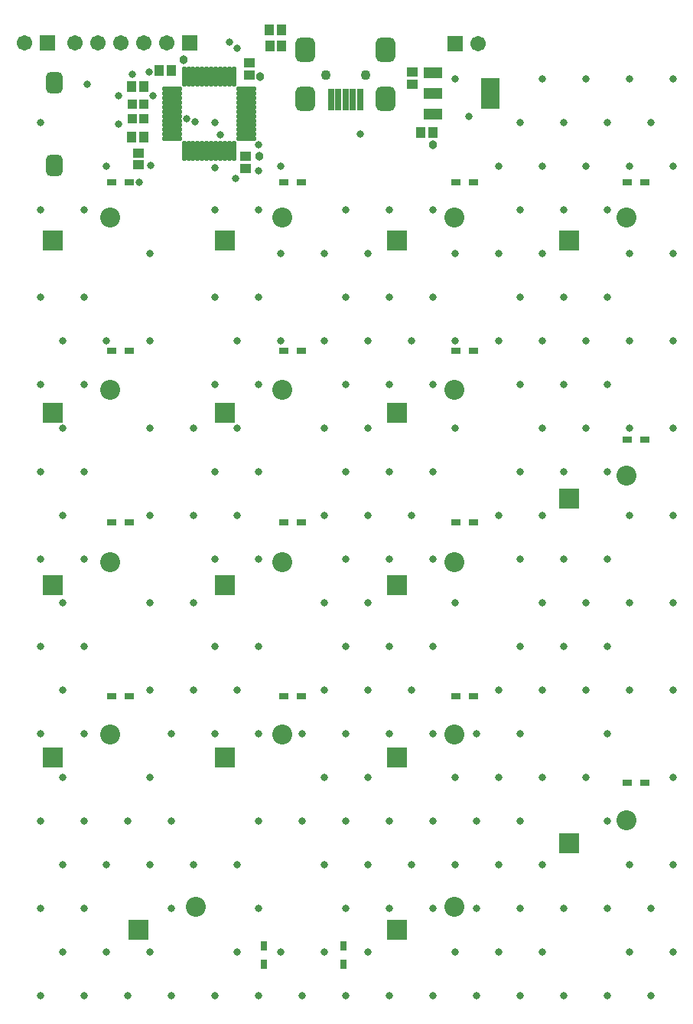
<source format=gts>
G04*
G04 #@! TF.GenerationSoftware,Altium Limited,Altium Designer,21.3.2 (30)*
G04*
G04 Layer_Color=8388736*
%FSLAX25Y25*%
%MOIN*%
G70*
G04*
G04 #@! TF.SameCoordinates,2B475E60-5533-4C64-9BAB-B6E77246D606*
G04*
G04*
G04 #@! TF.FilePolarity,Negative*
G04*
G01*
G75*
%ADD30R,0.03950X0.04343*%
%ADD31R,0.04343X0.04737*%
%ADD32R,0.08083X0.04737*%
%ADD33R,0.08083X0.13398*%
%ADD34R,0.03950X0.02769*%
%ADD35R,0.02769X0.03950*%
%ADD36R,0.04147X0.04540*%
G04:AMPARAMS|DCode=37|XSize=86.74mil|YSize=106.42mil|CornerRadius=23.68mil|HoleSize=0mil|Usage=FLASHONLY|Rotation=0.000|XOffset=0mil|YOffset=0mil|HoleType=Round|Shape=RoundedRectangle|*
%AMROUNDEDRECTD37*
21,1,0.08674,0.05906,0,0,0.0*
21,1,0.03937,0.10642,0,0,0.0*
1,1,0.04737,0.01968,-0.02953*
1,1,0.04737,-0.01968,-0.02953*
1,1,0.04737,-0.01968,0.02953*
1,1,0.04737,0.01968,0.02953*
%
%ADD37ROUNDEDRECTD37*%
%ADD38R,0.02769X0.09658*%
%ADD39O,0.09068X0.01981*%
%ADD40O,0.01981X0.09068*%
%ADD41R,0.04540X0.04147*%
G04:AMPARAMS|DCode=42|XSize=70.99mil|YSize=94.22mil|CornerRadius=19.75mil|HoleSize=0mil|Usage=FLASHONLY|Rotation=0.000|XOffset=0mil|YOffset=0mil|HoleType=Round|Shape=RoundedRectangle|*
%AMROUNDEDRECTD42*
21,1,0.07099,0.05472,0,0,0.0*
21,1,0.03150,0.09422,0,0,0.0*
1,1,0.03950,0.01575,-0.02736*
1,1,0.03950,-0.01575,-0.02736*
1,1,0.03950,-0.01575,0.02736*
1,1,0.03950,0.01575,0.02736*
%
%ADD42ROUNDEDRECTD42*%
%ADD43R,0.04737X0.04343*%
%ADD44C,0.08674*%
%ADD45R,0.06706X0.06706*%
%ADD46C,0.06706*%
%ADD47C,0.04343*%
%ADD48R,0.08674X0.08674*%
%ADD49C,0.03800*%
%ADD50C,0.03162*%
D30*
X57539Y400752D02*
D03*
X62461D02*
D03*
Y407248D02*
D03*
X57539D02*
D03*
D31*
X62657Y393000D02*
D03*
X57342D02*
D03*
X183343Y395000D02*
D03*
X188657D02*
D03*
X69342Y422000D02*
D03*
X74657D02*
D03*
X57342Y415000D02*
D03*
X62657D02*
D03*
D32*
X188500Y421055D02*
D03*
Y412000D02*
D03*
Y402945D02*
D03*
D33*
X213500Y412000D02*
D03*
D34*
X56437Y373400D02*
D03*
X131337D02*
D03*
X206437D02*
D03*
X281037D02*
D03*
X56437Y300000D02*
D03*
X131337D02*
D03*
X206437D02*
D03*
X281037Y261200D02*
D03*
X56437Y225300D02*
D03*
X131337D02*
D03*
X206437D02*
D03*
X281037Y112000D02*
D03*
X56437Y149500D02*
D03*
X131337D02*
D03*
X206437D02*
D03*
X48563Y373400D02*
D03*
X123463D02*
D03*
X198563D02*
D03*
X273163D02*
D03*
X48563Y300000D02*
D03*
X123463D02*
D03*
X198563D02*
D03*
X273163Y261200D02*
D03*
X48563Y225300D02*
D03*
X123463D02*
D03*
X198563D02*
D03*
X273163Y112000D02*
D03*
X48563Y149500D02*
D03*
X123463D02*
D03*
X198563D02*
D03*
D35*
X115000Y32963D02*
D03*
X149500Y40837D02*
D03*
X115000D02*
D03*
X149500Y32963D02*
D03*
D36*
X122559Y439700D02*
D03*
X117441D02*
D03*
X117500Y432700D02*
D03*
X122618D02*
D03*
D37*
X132980Y409611D02*
D03*
Y431068D02*
D03*
X168020D02*
D03*
Y409611D02*
D03*
D38*
X144201Y409237D02*
D03*
X147350D02*
D03*
X156799D02*
D03*
X153650D02*
D03*
X150500D02*
D03*
D39*
X74858Y413827D02*
D03*
Y411858D02*
D03*
Y409890D02*
D03*
Y407921D02*
D03*
Y405953D02*
D03*
Y403984D02*
D03*
Y402016D02*
D03*
Y400047D02*
D03*
Y398079D02*
D03*
Y396110D02*
D03*
Y394142D02*
D03*
Y392173D02*
D03*
X107142D02*
D03*
Y394142D02*
D03*
Y396110D02*
D03*
Y398079D02*
D03*
Y400047D02*
D03*
Y402016D02*
D03*
Y403984D02*
D03*
Y405953D02*
D03*
Y407921D02*
D03*
Y409890D02*
D03*
Y411858D02*
D03*
Y413827D02*
D03*
D40*
X80173Y386858D02*
D03*
X82142D02*
D03*
X84110D02*
D03*
X86079D02*
D03*
X88047D02*
D03*
X90016D02*
D03*
X91984D02*
D03*
X93953D02*
D03*
X95921D02*
D03*
X97890D02*
D03*
X99858D02*
D03*
X101827D02*
D03*
Y419142D02*
D03*
X99858D02*
D03*
X97890D02*
D03*
X95921D02*
D03*
X93953D02*
D03*
X91984D02*
D03*
X90016D02*
D03*
X88047D02*
D03*
X86079D02*
D03*
X84110D02*
D03*
X82142D02*
D03*
X80173D02*
D03*
D41*
X60400Y386059D02*
D03*
Y380941D02*
D03*
D42*
X23500Y380410D02*
D03*
Y416590D02*
D03*
D43*
X108500Y419842D02*
D03*
Y425157D02*
D03*
X107000Y379343D02*
D03*
Y384658D02*
D03*
X179500Y421158D02*
D03*
Y415842D02*
D03*
D44*
X47951Y357951D02*
D03*
X122951D02*
D03*
X197951D02*
D03*
X272951D02*
D03*
X47951Y282951D02*
D03*
X122951D02*
D03*
X197951D02*
D03*
X272951Y245451D02*
D03*
X47951Y207951D02*
D03*
X122951D02*
D03*
X197951D02*
D03*
X272951Y95451D02*
D03*
X47951Y132951D02*
D03*
X122951D02*
D03*
X197951D02*
D03*
X85451Y57951D02*
D03*
X197951D02*
D03*
D45*
X198169Y433626D02*
D03*
X20500Y434000D02*
D03*
X82500D02*
D03*
D46*
X208169Y433626D02*
D03*
X10500Y434000D02*
D03*
X72500D02*
D03*
X62500D02*
D03*
X52500D02*
D03*
X42500D02*
D03*
X32500D02*
D03*
D47*
X141839Y419768D02*
D03*
X159161D02*
D03*
D48*
X60451Y47951D02*
D03*
X22951Y122951D02*
D03*
Y197951D02*
D03*
Y272951D02*
D03*
Y347951D02*
D03*
X97951D02*
D03*
X172951D02*
D03*
X247951D02*
D03*
Y235451D02*
D03*
X172951Y272951D02*
D03*
X97951D02*
D03*
X247951Y85451D02*
D03*
X172951Y197951D02*
D03*
X97951D02*
D03*
X172951Y122951D02*
D03*
X97951D02*
D03*
X172951Y47951D02*
D03*
D49*
X113000Y384500D02*
D03*
X113400Y419300D02*
D03*
X80000Y426500D02*
D03*
X188500Y389500D02*
D03*
D50*
X99900Y434400D02*
D03*
X274200Y380100D02*
D03*
Y38100D02*
D03*
X160200D02*
D03*
X36700Y361100D02*
D03*
X198200Y418100D02*
D03*
X245700Y285100D02*
D03*
X169700Y323100D02*
D03*
X274200Y304100D02*
D03*
X46200Y76100D02*
D03*
X93700Y399100D02*
D03*
X264700Y95100D02*
D03*
X150700Y57100D02*
D03*
X36700Y285100D02*
D03*
X293200Y38100D02*
D03*
X274200Y152100D02*
D03*
X264700Y19100D02*
D03*
X93700Y209100D02*
D03*
X264700Y171100D02*
D03*
X141200Y266100D02*
D03*
X103200Y152100D02*
D03*
X236200Y418100D02*
D03*
X283700Y19100D02*
D03*
X74700D02*
D03*
X188700Y285100D02*
D03*
X141200Y114100D02*
D03*
X169700Y285100D02*
D03*
X188700Y361100D02*
D03*
X236200Y266100D02*
D03*
X65200Y38100D02*
D03*
X160200Y76100D02*
D03*
X27200Y266100D02*
D03*
X112700Y95100D02*
D03*
X207700Y133100D02*
D03*
X55700Y19100D02*
D03*
X236200Y38100D02*
D03*
X17700Y57100D02*
D03*
X112700Y19100D02*
D03*
X245700Y399100D02*
D03*
X293200Y266100D02*
D03*
X36700Y209100D02*
D03*
X65200Y228100D02*
D03*
X160200Y342100D02*
D03*
X188700Y19100D02*
D03*
X264700Y399100D02*
D03*
X112700Y247100D02*
D03*
X122200Y380100D02*
D03*
X217200D02*
D03*
X236200Y228100D02*
D03*
X293200Y114100D02*
D03*
X160200Y266100D02*
D03*
X93700Y323100D02*
D03*
X112700Y285100D02*
D03*
X150700Y95100D02*
D03*
X236200Y114100D02*
D03*
X141200Y304100D02*
D03*
X93700Y361100D02*
D03*
X245700Y247100D02*
D03*
X122200Y38100D02*
D03*
X46200Y304100D02*
D03*
X36700Y171100D02*
D03*
X188700D02*
D03*
X84200Y266100D02*
D03*
X150700Y285100D02*
D03*
X169700Y171100D02*
D03*
X207700Y95100D02*
D03*
X293200Y418100D02*
D03*
X179200Y76100D02*
D03*
X141200Y38100D02*
D03*
X36700Y133100D02*
D03*
X198200Y114100D02*
D03*
X150700Y171100D02*
D03*
X17700Y209100D02*
D03*
X188700Y95100D02*
D03*
X131700Y19100D02*
D03*
X188700Y133100D02*
D03*
X74700Y57100D02*
D03*
X236200Y76100D02*
D03*
X36700Y57100D02*
D03*
X65200Y114100D02*
D03*
X93700Y285100D02*
D03*
X217200Y76100D02*
D03*
X255200Y114100D02*
D03*
X226700Y247100D02*
D03*
X198200Y38100D02*
D03*
X283700Y399100D02*
D03*
X27200Y228100D02*
D03*
X103200Y304100D02*
D03*
X160200D02*
D03*
X198200Y266100D02*
D03*
X27200Y114100D02*
D03*
X84200Y152100D02*
D03*
X65200Y304100D02*
D03*
X226700Y323100D02*
D03*
X65200Y266100D02*
D03*
X27200Y152100D02*
D03*
X274200Y76100D02*
D03*
X169700Y95100D02*
D03*
X264700Y361100D02*
D03*
X27200Y76100D02*
D03*
X36700Y323100D02*
D03*
X103200Y228100D02*
D03*
X46200Y380100D02*
D03*
X17700Y19100D02*
D03*
X112700Y171100D02*
D03*
X169700Y19100D02*
D03*
X65200Y342100D02*
D03*
X131700Y95100D02*
D03*
X226700Y285100D02*
D03*
Y209100D02*
D03*
X169700Y247100D02*
D03*
X217200Y38100D02*
D03*
X245700Y361100D02*
D03*
X36700Y19100D02*
D03*
X245700Y57100D02*
D03*
X27200Y190100D02*
D03*
X188700Y209100D02*
D03*
X226700Y57100D02*
D03*
X264700Y133100D02*
D03*
X236200Y342100D02*
D03*
X65200Y152100D02*
D03*
X236200Y380100D02*
D03*
X17700Y133100D02*
D03*
X255200Y190100D02*
D03*
X169700Y361100D02*
D03*
X122200Y342100D02*
D03*
X27200Y304100D02*
D03*
X65200Y190100D02*
D03*
X236200D02*
D03*
X226700Y399100D02*
D03*
X274200Y228100D02*
D03*
X84200Y190100D02*
D03*
X264700Y209100D02*
D03*
X226700Y95100D02*
D03*
X274200Y266100D02*
D03*
X17700Y399100D02*
D03*
X179200Y228100D02*
D03*
X226700Y133100D02*
D03*
X274200Y418100D02*
D03*
X293200Y304100D02*
D03*
X150700Y133100D02*
D03*
X93700D02*
D03*
X188700Y57100D02*
D03*
X36700Y95100D02*
D03*
X255200Y418100D02*
D03*
X150700Y209100D02*
D03*
X141200Y342100D02*
D03*
X112700Y209100D02*
D03*
X217200Y114100D02*
D03*
X122200Y304100D02*
D03*
X141200Y152100D02*
D03*
X217200D02*
D03*
X17700Y361100D02*
D03*
X226700D02*
D03*
X293200Y152100D02*
D03*
X93700Y19100D02*
D03*
X188700Y323100D02*
D03*
X198200Y76100D02*
D03*
X65200D02*
D03*
X207700Y57100D02*
D03*
X245700Y171100D02*
D03*
Y209100D02*
D03*
X141200Y228100D02*
D03*
X217200D02*
D03*
X141200Y76100D02*
D03*
X283700Y57100D02*
D03*
X188700Y247100D02*
D03*
X150700D02*
D03*
X264700Y285100D02*
D03*
X198200Y190100D02*
D03*
X150700Y323100D02*
D03*
X293200Y228100D02*
D03*
X74700Y133100D02*
D03*
X84200Y76100D02*
D03*
X255200Y152100D02*
D03*
X236200D02*
D03*
X27200Y38100D02*
D03*
X207700Y19100D02*
D03*
X112700Y57100D02*
D03*
X264700Y247100D02*
D03*
X293200Y190100D02*
D03*
X236200Y304100D02*
D03*
X17700Y247100D02*
D03*
Y95100D02*
D03*
Y285100D02*
D03*
X169700Y133100D02*
D03*
X112700Y361100D02*
D03*
Y133100D02*
D03*
X169700Y209100D02*
D03*
X245700Y323100D02*
D03*
X160200Y228100D02*
D03*
X293200Y342100D02*
D03*
X112700Y323100D02*
D03*
X150700Y19100D02*
D03*
X169700Y57100D02*
D03*
X103200Y76100D02*
D03*
X141200Y190100D02*
D03*
X17700Y171100D02*
D03*
X255200Y380100D02*
D03*
X160200Y190100D02*
D03*
X17700Y323100D02*
D03*
X103200Y266100D02*
D03*
X179200Y304100D02*
D03*
X36700Y247100D02*
D03*
X293200Y380100D02*
D03*
X46200Y38100D02*
D03*
X74700Y95100D02*
D03*
X264700Y57100D02*
D03*
X255200Y304100D02*
D03*
X131700Y133100D02*
D03*
X198200Y304100D02*
D03*
X84200Y228100D02*
D03*
X160200Y114100D02*
D03*
X103200Y38100D02*
D03*
X226700Y19100D02*
D03*
X160200Y152100D02*
D03*
X274200Y342100D02*
D03*
X264700Y323100D02*
D03*
X93700Y247100D02*
D03*
X179200Y152100D02*
D03*
X255200Y266100D02*
D03*
X150700Y361100D02*
D03*
X293200Y76100D02*
D03*
X245700Y19100D02*
D03*
X55700Y95100D02*
D03*
X93700Y171100D02*
D03*
X274200Y190100D02*
D03*
X226700Y171100D02*
D03*
X217200Y342100D02*
D03*
X198200D02*
D03*
X217200Y304100D02*
D03*
X204400Y402000D02*
D03*
X157000Y394400D02*
D03*
X51700Y398700D02*
D03*
X51600Y410800D02*
D03*
X37800Y416000D02*
D03*
X103200Y431600D02*
D03*
X102600Y374800D02*
D03*
X112500Y378300D02*
D03*
X66700Y411000D02*
D03*
X64900Y421200D02*
D03*
X57600Y420400D02*
D03*
X81400Y400760D02*
D03*
X85000Y399600D02*
D03*
X112500Y389500D02*
D03*
X96100Y394000D02*
D03*
X93700Y379500D02*
D03*
X60600Y373300D02*
D03*
X65700Y380500D02*
D03*
M02*

</source>
